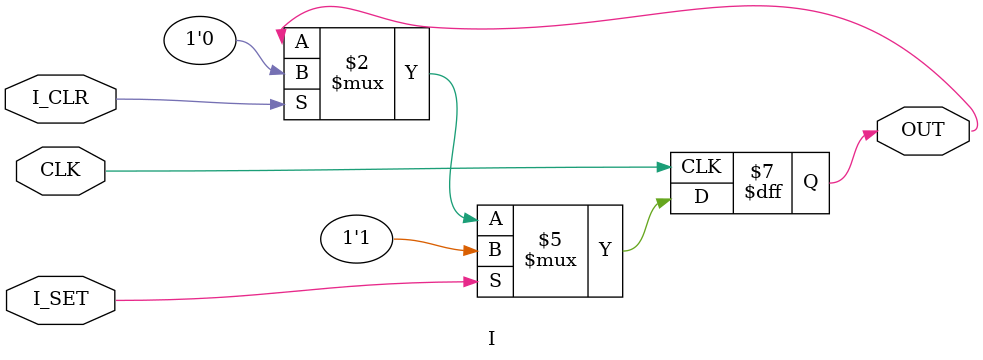
<source format=sv>
`timescale 1ns / 1ps


module I(
    input I_SET,I_CLR,CLK,
    output logic OUT
    );
    
    always_ff@(posedge CLK)
    begin
        if (I_SET)
            OUT <= 1;
        else if (I_CLR)
            OUT <= 0;
    end
    
endmodule

</source>
